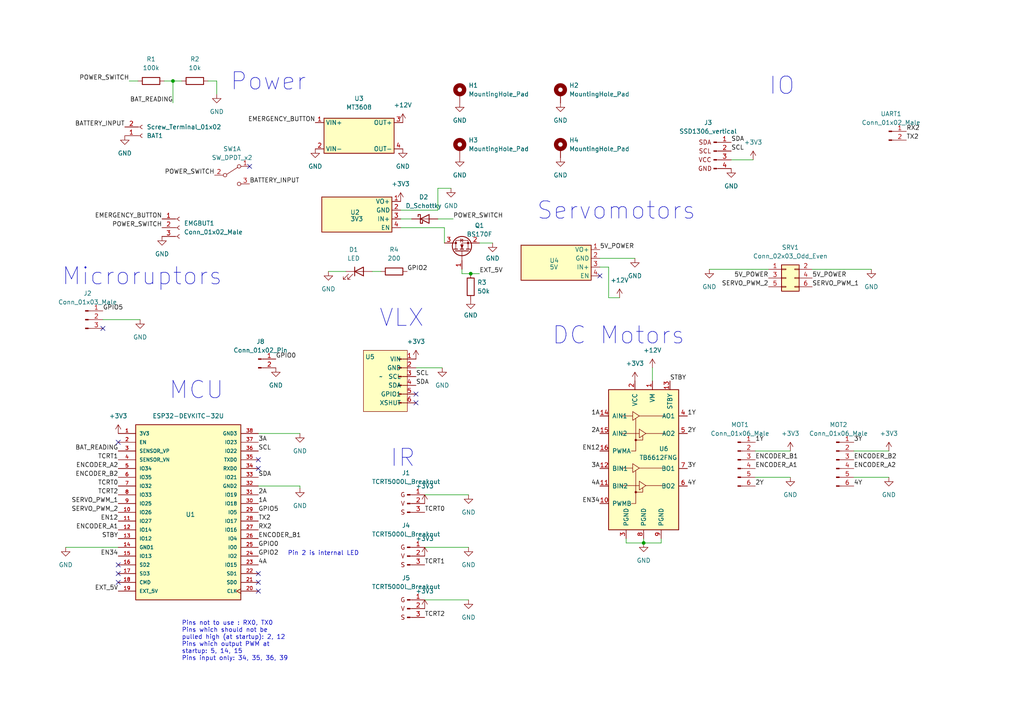
<source format=kicad_sch>
(kicad_sch (version 20230121) (generator eeschema)
  (paper "A4")
  (title_block (comment 1 "First version of stepper PAMI board (2023-10)"))
  (lib_symbols
    (symbol "Connector:Conn_01x02_Female" (pin_names (offset 1.016) hide)
      (property "Reference" "J" (at 0 2.54 0))
      (property "Value" "Conn_01x02_Female" (at 0 -5.08 0))
      (symbol "Conn_01x02_Female_1_1"
        (arc (start 0 -2.032) (mid -0.5058 -2.54) (end 0 -3.048) (stroke (width 0.1524)))
        (polyline (pts (xy -1.27 -2.54) (xy -0.508 -2.54)) (stroke (width 0.1524)))
        (polyline (pts (xy -1.27 0) (xy -0.508 0)) (stroke (width 0.1524)))
        (arc (start 0 0.508) (mid -0.5058 0) (end 0 -0.508) (stroke (width 0.1524)))
        (pin passive line (at -5.08 0 0) (length 3.81) (name "Pin_1") (number "1"))
        (pin passive line (at -5.08 -2.54 0) (length 3.81) (name "Pin_2") (number "2"))
      )
    )
    (symbol "Connector:Conn_01x02_Male" (pin_names (offset 1.016) hide)
      (property "Reference" "J" (at 0 2.54 0))
      (property "Value" "Conn_01x02_Male" (at 0 -5.08 0))
      (symbol "Conn_01x02_Male_1_1"
        (polyline (pts (xy 1.27 -2.54) (xy 0.8636 -2.54)) (stroke (width 0.1524)))
        (polyline (pts (xy 1.27 0) (xy 0.8636 0)) (stroke (width 0.1524)))
        (rectangle (start 0.8636 -2.413) (end 0 -2.667) (stroke (width 0.1524)) (fill (type outline)))
        (rectangle (start 0.8636 0.127) (end 0 -0.127) (stroke (width 0.1524)) (fill (type outline)))
        (pin passive line (at 5.08 0 180) (length 3.81) (name "Pin_1") (number "1"))
        (pin passive line (at 5.08 -2.54 180) (length 3.81) (name "Pin_2") (number "2"))
      )
    )
    (symbol "Connector:Conn_01x02_Pin" (pin_names (offset 1.016) hide)
      (property "Reference" "J" (at 0 2.54 0))
      (property "Value" "Conn_01x02_Pin" (at 0 -5.08 0))
      (symbol "Conn_01x02_Pin_1_1"
        (polyline (pts (xy 1.27 -2.54) (xy 0.8636 -2.54)) (stroke (width 0.1524)))
        (polyline (pts (xy 1.27 0) (xy 0.8636 0)) (stroke (width 0.1524)))
        (rectangle (start 0.8636 -2.413) (end 0 -2.667) (stroke (width 0.1524)) (fill (type outline)))
        (rectangle (start 0.8636 0.127) (end 0 -0.127) (stroke (width 0.1524)) (fill (type outline)))
        (pin passive line (at 5.08 0 180) (length 3.81) (name "Pin_1") (number "1"))
        (pin passive line (at 5.08 -2.54 180) (length 3.81) (name "Pin_2") (number "2"))
      )
    )
    (symbol "Connector:Conn_01x03_Female" (pin_names (offset 1.016) hide)
      (property "Reference" "J" (at 0 5.08 0))
      (property "Value" "Conn_01x03_Female" (at 0 -5.08 0))
      (symbol "Conn_01x03_Female_1_1"
        (arc (start 0 -2.032) (mid -0.5058 -2.54) (end 0 -3.048) (stroke (width 0.1524)))
        (polyline (pts (xy -1.27 -2.54) (xy -0.508 -2.54)) (stroke (width 0.1524)))
        (polyline (pts (xy -1.27 0) (xy -0.508 0)) (stroke (width 0.1524)))
        (polyline (pts (xy -1.27 2.54) (xy -0.508 2.54)) (stroke (width 0.1524)))
        (arc (start 0 0.508) (mid -0.5058 0) (end 0 -0.508) (stroke (width 0.1524)))
        (arc (start 0 3.048) (mid -0.5058 2.54) (end 0 2.032) (stroke (width 0.1524)))
        (pin passive line (at -5.08 2.54 0) (length 3.81) (name "Pin_1") (number "1"))
        (pin passive line (at -5.08 0 0) (length 3.81) (name "Pin_2") (number "2"))
        (pin passive line (at -5.08 -2.54 0) (length 3.81) (name "Pin_3") (number "3"))
      )
    )
    (symbol "Connector:Conn_01x03_Male" (pin_names (offset 1.016) hide)
      (property "Reference" "J" (at 0 5.08 0))
      (property "Value" "Conn_01x03_Male" (at 0 -5.08 0))
      (symbol "Conn_01x03_Male_1_1"
        (polyline (pts (xy 1.27 -2.54) (xy 0.8636 -2.54)) (stroke (width 0.1524)))
        (polyline (pts (xy 1.27 0) (xy 0.8636 0)) (stroke (width 0.1524)))
        (polyline (pts (xy 1.27 2.54) (xy 0.8636 2.54)) (stroke (width 0.1524)))
        (rectangle (start 0.8636 -2.413) (end 0 -2.667) (stroke (width 0.1524)) (fill (type outline)))
        (rectangle (start 0.8636 0.127) (end 0 -0.127) (stroke (width 0.1524)) (fill (type outline)))
        (rectangle (start 0.8636 2.667) (end 0 2.413) (stroke (width 0.1524)) (fill (type outline)))
        (pin passive line (at 5.08 2.54 180) (length 3.81) (name "Pin_1") (number "1"))
        (pin passive line (at 5.08 0 180) (length 3.81) (name "Pin_2") (number "2"))
        (pin passive line (at 5.08 -2.54 180) (length 3.81) (name "Pin_3") (number "3"))
      )
    )
    (symbol "Connector:Conn_01x06_Male" (pin_names (offset 1.016) hide)
      (property "Reference" "J" (at 0 7.62 0))
      (property "Value" "Conn_01x06_Male" (at 0 -10.16 0))
      (symbol "Conn_01x06_Male_1_1"
        (polyline (pts (xy 1.27 -7.62) (xy 0.8636 -7.62)) (stroke (width 0.1524)))
        (polyline (pts (xy 1.27 -5.08) (xy 0.8636 -5.08)) (stroke (width 0.1524)))
        (polyline (pts (xy 1.27 -2.54) (xy 0.8636 -2.54)) (stroke (width 0.1524)))
        (polyline (pts (xy 1.27 0) (xy 0.8636 0)) (stroke (width 0.1524)))
        (polyline (pts (xy 1.27 2.54) (xy 0.8636 2.54)) (stroke (width 0.1524)))
        (polyline (pts (xy 1.27 5.08) (xy 0.8636 5.08)) (stroke (width 0.1524)))
        (rectangle (start 0.8636 -7.493) (end 0 -7.747) (stroke (width 0.1524)) (fill (type outline)))
        (rectangle (start 0.8636 -4.953) (end 0 -5.207) (stroke (width 0.1524)) (fill (type outline)))
        (rectangle (start 0.8636 -2.413) (end 0 -2.667) (stroke (width 0.1524)) (fill (type outline)))
        (rectangle (start 0.8636 0.127) (end 0 -0.127) (stroke (width 0.1524)) (fill (type outline)))
        (rectangle (start 0.8636 2.667) (end 0 2.413) (stroke (width 0.1524)) (fill (type outline)))
        (rectangle (start 0.8636 5.207) (end 0 4.953) (stroke (width 0.1524)) (fill (type outline)))
        (pin passive line (at 5.08 5.08 180) (length 3.81) (name "Pin_1") (number "1"))
        (pin passive line (at 5.08 2.54 180) (length 3.81) (name "Pin_2") (number "2"))
        (pin passive line (at 5.08 0 180) (length 3.81) (name "Pin_3") (number "3"))
        (pin passive line (at 5.08 -2.54 180) (length 3.81) (name "Pin_4") (number "4"))
        (pin passive line (at 5.08 -5.08 180) (length 3.81) (name "Pin_5") (number "5"))
        (pin passive line (at 5.08 -7.62 180) (length 3.81) (name "Pin_6") (number "6"))
      )
    )
    (symbol "Connector_Generic:Conn_02x03_Odd_Even" (pin_names (offset 1.016) hide)
      (property "Reference" "J" (at 1.27 5.08 0))
      (property "Value" "Conn_02x03_Odd_Even" (at 1.27 -5.08 0))
      (symbol "Conn_02x03_Odd_Even_1_1"
        (rectangle (start -1.27 -2.413) (end 0 -2.667) (stroke (width 0.1524)))
        (rectangle (start -1.27 0.127) (end 0 -0.127) (stroke (width 0.1524)))
        (rectangle (start -1.27 2.667) (end 0 2.413) (stroke (width 0.1524)))
        (rectangle (start -1.27 3.81) (end 3.81 -3.81) (stroke (width 0.254)) (fill (type background)))
        (rectangle (start 3.81 -2.413) (end 2.54 -2.667) (stroke (width 0.1524)))
        (rectangle (start 3.81 0.127) (end 2.54 -0.127) (stroke (width 0.1524)))
        (rectangle (start 3.81 2.667) (end 2.54 2.413) (stroke (width 0.1524)))
        (pin passive line (at -5.08 2.54 0) (length 3.81) (name "Pin_1") (number "1"))
        (pin passive line (at 7.62 2.54 180) (length 3.81) (name "Pin_2") (number "2"))
        (pin passive line (at -5.08 0 0) (length 3.81) (name "Pin_3") (number "3"))
        (pin passive line (at 7.62 0 180) (length 3.81) (name "Pin_4") (number "4"))
        (pin passive line (at -5.08 -2.54 0) (length 3.81) (name "Pin_5") (number "5"))
        (pin passive line (at 7.62 -2.54 180) (length 3.81) (name "Pin_6") (number "6"))
      )
    )
    (symbol "Device:D_Schottky" (pin_numbers hide) (pin_names (offset 1.016) hide)
      (property "Reference" "D" (at 0 2.54 0))
      (property "Value" "D_Schottky" (at 0 -2.54 0))
      (symbol "D_Schottky_0_1"
        (polyline (pts (xy 1.27 0) (xy -1.27 0)))
        (polyline (pts (xy 1.27 1.27) (xy 1.27 -1.27) (xy -1.27 0) (xy 1.27 1.27)) (stroke (width 0.254)))
        (polyline (pts (xy -1.905 0.635) (xy -1.905 1.27) (xy -1.27 1.27) (xy -1.27 -1.27) (xy -0.635 -1.27) (xy -0.635 -0.635)) (stroke (width 0.254)))
      )
      (symbol "D_Schottky_1_1"
        (pin passive line (at -3.81 0 0) (length 2.54) (name "K") (number "1"))
        (pin passive line (at 3.81 0 180) (length 2.54) (name "A") (number "2"))
      )
    )
    (symbol "Device:LED" (pin_numbers hide) (pin_names (offset 1.016) hide)
      (property "Reference" "D" (at 0 2.54 0))
      (property "Value" "LED" (at 0 -2.54 0))
      (symbol "LED_0_1"
        (polyline (pts (xy -1.27 -1.27) (xy -1.27 1.27)) (stroke (width 0.254)))
        (polyline (pts (xy -1.27 0) (xy 1.27 0)))
        (polyline (pts (xy 1.27 -1.27) (xy 1.27 1.27) (xy -1.27 0) (xy 1.27 -1.27)) (stroke (width 0.254)))
        (polyline (pts (xy -3.048 -0.762) (xy -4.572 -2.286) (xy -3.81 -2.286) (xy -4.572 -2.286) (xy -4.572 -1.524)))
        (polyline (pts (xy -1.778 -0.762) (xy -3.302 -2.286) (xy -2.54 -2.286) (xy -3.302 -2.286) (xy -3.302 -1.524)))
      )
      (symbol "LED_1_1"
        (pin passive line (at -3.81 0 0) (length 2.54) (name "K") (number "1"))
        (pin passive line (at 3.81 0 180) (length 2.54) (name "A") (number "2"))
      )
    )
    (symbol "Device:R" (pin_numbers hide) (pin_names (offset 0))
      (property "Reference" "R" (at 2.032 0 90))
      (property "Value" "R" (at 0 0 90))
      (symbol "R_0_1"
        (rectangle (start -1.016 -2.54) (end 1.016 2.54) (stroke (width 0.254)))
      )
      (symbol "R_1_1"
        (pin passive line (at 0 3.81 270) (length 1.27) (name "~") (number "1"))
        (pin passive line (at 0 -3.81 90) (length 1.27) (name "~") (number "2"))
      )
    )
    (symbol "ESP32-DEVKITC-32U:ESP32-DEVKITC-32U" (pin_names (offset 1.016))
      (property "Reference" "U" (at -15.2572 26.0643 0))
      (property "Value" "ESP32-DEVKITC-32U" (at -15.2563 -27.9698 0))
      (symbol "ESP32-DEVKITC-32U_0_0"
        (rectangle (start -15.24 -25.4) (end 15.24 25.4) (stroke (width 0.254)) (fill (type background)))
        (pin power_in line (at -20.32 22.86 0) (length 5.08) (name "3V3") (number "1"))
        (pin bidirectional line (at -20.32 0 0) (length 5.08) (name "IO26") (number "10"))
        (pin bidirectional line (at -20.32 -2.54 0) (length 5.08) (name "IO27") (number "11"))
        (pin bidirectional line (at -20.32 -5.08 0) (length 5.08) (name "IO14") (number "12"))
        (pin bidirectional line (at -20.32 -7.62 0) (length 5.08) (name "IO12") (number "13"))
        (pin power_in line (at -20.32 -10.16 0) (length 5.08) (name "GND1") (number "14"))
        (pin bidirectional line (at -20.32 -12.7 0) (length 5.08) (name "IO13") (number "15"))
        (pin bidirectional line (at -20.32 -15.24 0) (length 5.08) (name "SD2") (number "16"))
        (pin bidirectional line (at -20.32 -17.78 0) (length 5.08) (name "SD3") (number "17"))
        (pin bidirectional line (at -20.32 -20.32 0) (length 5.08) (name "CMD") (number "18"))
        (pin power_in line (at -20.32 -22.86 0) (length 5.08) (name "EXT_5V") (number "19"))
        (pin input line (at -20.32 20.32 0) (length 5.08) (name "EN") (number "2"))
        (pin input clock (at 20.32 -22.86 180) (length 5.08) (name "CLK") (number "20"))
        (pin bidirectional line (at 20.32 -20.32 180) (length 5.08) (name "SD0") (number "21"))
        (pin bidirectional line (at 20.32 -17.78 180) (length 5.08) (name "SD1") (number "22"))
        (pin bidirectional line (at 20.32 -15.24 180) (length 5.08) (name "IO15") (number "23"))
        (pin bidirectional line (at 20.32 -12.7 180) (length 5.08) (name "IO2") (number "24"))
        (pin bidirectional line (at 20.32 -10.16 180) (length 5.08) (name "IO0") (number "25"))
        (pin bidirectional line (at 20.32 -7.62 180) (length 5.08) (name "IO4") (number "26"))
        (pin bidirectional line (at 20.32 -5.08 180) (length 5.08) (name "IO16") (number "27"))
        (pin bidirectional line (at 20.32 -2.54 180) (length 5.08) (name "IO17") (number "28"))
        (pin bidirectional line (at 20.32 0 180) (length 5.08) (name "IO5") (number "29"))
        (pin input line (at -20.32 17.78 0) (length 5.08) (name "SENSOR_VP") (number "3"))
        (pin bidirectional line (at 20.32 2.54 180) (length 5.08) (name "IO18") (number "30"))
        (pin bidirectional line (at 20.32 5.08 180) (length 5.08) (name "IO19") (number "31"))
        (pin power_in line (at 20.32 7.62 180) (length 5.08) (name "GND2") (number "32"))
        (pin bidirectional line (at 20.32 10.16 180) (length 5.08) (name "IO21") (number "33"))
        (pin input line (at 20.32 12.7 180) (length 5.08) (name "RXD0") (number "34"))
        (pin output line (at 20.32 15.24 180) (length 5.08) (name "TXD0") (number "35"))
        (pin bidirectional line (at 20.32 17.78 180) (length 5.08) (name "IO22") (number "36"))
        (pin bidirectional line (at 20.32 20.32 180) (length 5.08) (name "IO23") (number "37"))
        (pin power_in line (at 20.32 22.86 180) (length 5.08) (name "GND3") (number "38"))
        (pin input line (at -20.32 15.24 0) (length 5.08) (name "SENSOR_VN") (number "4"))
        (pin bidirectional line (at -20.32 12.7 0) (length 5.08) (name "IO34") (number "5"))
        (pin bidirectional line (at -20.32 10.16 0) (length 5.08) (name "IO35") (number "6"))
        (pin bidirectional line (at -20.32 7.62 0) (length 5.08) (name "IO32") (number "7"))
        (pin bidirectional line (at -20.32 5.08 0) (length 5.08) (name "IO33") (number "8"))
        (pin bidirectional line (at -20.32 2.54 0) (length 5.08) (name "IO25") (number "9"))
      )
    )
    (symbol "GND_1" (power) (pin_names (offset 0))
      (property "Value" "GND_1" (at 0 -3.81 0))
      (symbol "GND_1_0_1"
        (polyline (pts (xy 0 0) (xy 0 -1.27) (xy 1.27 -1.27) (xy 0 -2.54) (xy -1.27 -1.27) (xy 0 -1.27)))
      )
      (symbol "GND_1_1_1"
        (pin power_in line (at 0 0 270) (length 0) hide (name "GND") (number "1"))
      )
    )
    (symbol "Mechanical:MountingHole_Pad" (pin_numbers hide) (pin_names (offset 1.016) hide)
      (property "Reference" "H" (at 0 6.35 0))
      (property "Value" "MountingHole_Pad" (at 0 4.445 0))
      (symbol "MountingHole_Pad_0_1"
        (circle (center 0 1.27) (radius 1.27) (stroke (width 1.27)))
      )
      (symbol "MountingHole_Pad_1_1"
        (pin input line (at 0 -2.54 90) (length 2.54) (name "1") (number "1"))
      )
    )
    (symbol "MiAM_ESP32:MT3608"
      (property "Reference" "U" (at 0 0 0))
      (property "Value" "MT3608" (at 0 0 0))
      (symbol "MT3608_0_1"
        (rectangle (start -10.16 5.08) (end 10.16 -5.08) (stroke (width 0.254)) (fill (type background)))
      )
      (symbol "MT3608_1_1"
        (pin power_in line (at -12.7 3.81 0) (length 2.54) (name "VIN+") (number "1"))
        (pin passive line (at -12.7 -3.81 0) (length 2.54) (name "VIN-") (number "2"))
        (pin power_out line (at 12.7 3.81 180) (length 2.54) (name "OUT+") (number "3"))
        (pin passive line (at 12.7 -3.81 180) (length 2.54) (name "OUT-") (number "4"))
      )
    )
    (symbol "MiAM_ESP32:SSD1306_vertical" (pin_names (offset 1.016) hide)
      (property "Reference" "J" (at 0 5.08 0))
      (property "Value" "SSD1306_vertical" (at 0 -7.62 0))
      (symbol "SSD1306_vertical_1_1"
        (polyline (pts (xy 1.27 -5.08) (xy 0.8636 -5.08)) (stroke (width 0.1524)))
        (polyline (pts (xy 1.27 -2.54) (xy 0.8636 -2.54)) (stroke (width 0.1524)))
        (polyline (pts (xy 1.27 0) (xy 0.8636 0)) (stroke (width 0.1524)))
        (polyline (pts (xy 1.27 2.54) (xy 0.8636 2.54)) (stroke (width 0.1524)))
        (rectangle (start 0.8636 -4.953) (end 0 -5.207) (stroke (width 0.1524)) (fill (type outline)))
        (rectangle (start 0.8636 -2.413) (end 0 -2.667) (stroke (width 0.1524)) (fill (type outline)))
        (rectangle (start 0.8636 0.127) (end 0 -0.127) (stroke (width 0.1524)) (fill (type outline)))
        (rectangle (start 0.8636 2.667) (end 0 2.413) (stroke (width 0.1524)) (fill (type outline)))
        (text "GND" (at -2.54 -5.08 0) (effects (font (size 1.27 1.27))))
        (text "SCL" (at -2.54 0 0) (effects (font (size 1.27 1.27))))
        (text "SDA" (at -2.54 2.54 0) (effects (font (size 1.27 1.27))))
        (text "VCC" (at -2.54 -2.54 0) (effects (font (size 1.27 1.27))))
        (pin passive line (at 5.08 2.54 180) (length 3.81) (name "SDA") (number "1"))
        (pin passive line (at 5.08 0 180) (length 3.81) (name "SCL") (number "2"))
        (pin passive line (at 5.08 -2.54 180) (length 3.81) (name "VCC") (number "3"))
        (pin passive line (at 5.08 -5.08 180) (length 3.81) (name "GND") (number "4"))
      )
    )
    (symbol "MiAM_ESP32:TB6612FNG" (pin_names (offset 1.016))
      (property "Reference" "U" (at -5.08 26.035 0))
      (property "Value" "TB6612FNG" (at -5.08 24.13 0))
      (symbol "TB6612FNG_0_1"
        (rectangle (start -10.16 22.86) (end 10.16 -17.78) (stroke (width 0.254)) (fill (type background)))
        (circle (center -2.286 -6.858) (radius 0.254) (fill (type outline)))
        (circle (center -2.286 8.255) (radius 0.254) (fill (type outline)))
        (polyline (pts (xy -6.35 -4.953) (xy -1.27 -4.953)))
        (polyline (pts (xy -6.35 0.127) (xy -3.175 0.127)))
        (polyline (pts (xy -6.35 10.16) (xy -1.27 10.16)))
        (polyline (pts (xy -6.35 15.24) (xy -3.175 15.24)))
        (polyline (pts (xy -1.27 0.127) (xy 6.35 0.127)))
        (polyline (pts (xy -1.27 15.24) (xy 6.35 15.24)))
        (polyline (pts (xy 0.635 -4.953) (xy 6.35 -4.953)))
        (polyline (pts (xy 0.635 10.16) (xy 6.35 10.16)))
        (polyline (pts (xy -2.286 -6.858) (xy -0.254 -6.858) (xy -0.254 -5.588)))
        (polyline (pts (xy -2.286 -0.635) (xy -2.286 -10.16) (xy -3.556 -10.16)))
        (polyline (pts (xy -2.286 8.255) (xy -0.254 8.255) (xy -0.254 9.525)))
        (polyline (pts (xy -2.286 14.478) (xy -2.286 5.08) (xy -3.556 5.08)))
        (polyline (pts (xy -3.175 1.397) (xy -3.175 -1.143) (xy -1.27 0.127) (xy -3.175 1.397)))
        (polyline (pts (xy -3.175 16.51) (xy -3.175 13.97) (xy -1.27 15.24) (xy -3.175 16.51)))
        (polyline (pts (xy -1.27 -3.683) (xy -1.27 -6.223) (xy 0.635 -4.953) (xy -1.27 -3.683)))
        (polyline (pts (xy -1.27 11.43) (xy -1.27 8.89) (xy 0.635 10.16) (xy -1.27 11.43)))
      )
      (symbol "TB6612FNG_1_1"
        (pin power_in line (at 2.54 25.4 270) (length 2.54) (name "VM") (number "1"))
        (pin input line (at -12.7 -10.16 0) (length 2.54) (name "PWMB") (number "10"))
        (pin input line (at -12.7 -5.08 0) (length 2.54) (name "BIN2") (number "11"))
        (pin input line (at -12.7 0 0) (length 2.54) (name "BIN1") (number "12"))
        (pin input line (at 7.62 25.4 270) (length 2.54) (name "STBY") (number "13"))
        (pin input line (at -12.7 15.24 0) (length 2.54) (name "AIN1") (number "14"))
        (pin input line (at -12.7 10.16 0) (length 2.54) (name "AIN2") (number "15"))
        (pin input line (at -12.7 5.08 0) (length 2.54) (name "PWMA") (number "16"))
        (pin power_in line (at -2.54 25.4 270) (length 2.54) (name "VCC") (number "2"))
        (pin power_in line (at -5.08 -20.32 90) (length 2.54) (name "PGND") (number "3"))
        (pin output line (at 12.7 15.24 180) (length 2.54) (name "AO1") (number "4"))
        (pin output line (at 12.7 10.16 180) (length 2.54) (name "AO2") (number "5"))
        (pin output line (at 12.7 -5.08 180) (length 2.54) (name "BO2") (number "6"))
        (pin output line (at 12.7 0 180) (length 2.54) (name "BO1") (number "7"))
        (pin power_in line (at 0 -20.32 90) (length 2.54) (name "PGND") (number "8"))
        (pin power_in line (at 5.08 -20.32 90) (length 2.54) (name "PGND") (number "9"))
      )
    )
    (symbol "MiAM_ESP32:TCRT5000L_Breakout" (pin_names (offset 1.016) hide)
      (property "Reference" "J" (at 0 5.08 0))
      (property "Value" "TCRT5000L_Breakout" (at 0 -5.08 0))
      (symbol "TCRT5000L_Breakout_1_1"
        (polyline (pts (xy 1.27 -2.54) (xy 0.8636 -2.54)) (stroke (width 0.1524)))
        (polyline (pts (xy 1.27 0) (xy 0.8636 0)) (stroke (width 0.1524)))
        (polyline (pts (xy 1.27 2.54) (xy 0.8636 2.54)) (stroke (width 0.1524)))
        (rectangle (start 0.8636 -2.413) (end 0 -2.667) (stroke (width 0.1524)) (fill (type outline)))
        (rectangle (start 0.8636 0.127) (end 0 -0.127) (stroke (width 0.1524)) (fill (type outline)))
        (rectangle (start 0.8636 2.667) (end 0 2.413) (stroke (width 0.1524)) (fill (type outline)))
        (text "G" (at -1.27 2.54 0) (effects (font (size 1.27 1.27))))
        (text "S" (at -1.27 -2.54 0) (effects (font (size 1.27 1.27))))
        (text "V" (at -1.27 0 0) (effects (font (size 1.27 1.27))))
        (pin passive line (at 5.08 2.54 180) (length 3.81) (name "G") (number "1"))
        (pin passive line (at 5.08 0 180) (length 3.81) (name "V") (number "2"))
        (pin passive line (at 5.08 -2.54 180) (length 3.81) (name "S") (number "3"))
      )
    )
    (symbol "MiAM_ESP32:VL53L01XV2"
      (property "Reference" "U" (at 0 0 0))
      (symbol "VL53L01XV2_1_1"
        (rectangle (start -5.08 7.62) (end 7.62 -10.16) (fill (type background)))
        (polyline (pts (xy 6.35 -7.62) (xy 5.9436 -7.62)) (stroke (width 0.1524)))
        (polyline (pts (xy 6.35 -5.08) (xy 5.9436 -5.08)) (stroke (width 0.1524)))
        (polyline (pts (xy 6.35 -2.54) (xy 5.9436 -2.54)) (stroke (width 0.1524)))
        (polyline (pts (xy 6.35 0) (xy 5.9436 0)) (stroke (width 0.1524)))
        (polyline (pts (xy 6.35 2.54) (xy 5.9436 2.54)) (stroke (width 0.1524)))
        (polyline (pts (xy 6.35 5.08) (xy 5.9436 5.08)) (stroke (width 0.1524)))
        (rectangle (start 5.9436 -7.493) (end 5.08 -7.747) (stroke (width 0.1524)) (fill (type outline)))
        (rectangle (start 5.9436 -4.953) (end 5.08 -5.207) (stroke (width 0.1524)) (fill (type outline)))
        (rectangle (start 5.9436 -2.413) (end 5.08 -2.667) (stroke (width 0.1524)) (fill (type outline)))
        (rectangle (start 5.9436 0.127) (end 5.08 -0.127) (stroke (width 0.1524)) (fill (type outline)))
        (rectangle (start 5.9436 2.667) (end 5.08 2.413) (stroke (width 0.1524)) (fill (type outline)))
        (rectangle (start 5.9436 5.207) (end 5.08 4.953) (stroke (width 0.1524)) (fill (type outline)))
        (pin passive line (at 10.16 5.08 180) (length 3.81) (name "VIN") (number "1"))
        (pin passive line (at 10.16 2.54 180) (length 3.81) (name "GND") (number "2"))
        (pin passive line (at 10.16 0 180) (length 3.81) (name "SCL") (number "3"))
        (pin passive line (at 10.16 -2.54 180) (length 3.81) (name "SDA") (number "4"))
        (pin passive line (at 10.16 -5.08 180) (length 3.81) (name "GPIO1") (number "5"))
        (pin passive line (at 10.16 -7.62 180) (length 3.81) (name "XSHUT") (number "6"))
      )
    )
    (symbol "MiAM_ESP32:VoltageRegulator"
      (property "Reference" "U" (at -2.54 10.16 0))
      (property "Value" "VoltageRegulator" (at -2.54 7.62 0))
      (symbol "VoltageRegulator_0_1"
        (rectangle (start -10.16 5.08) (end 10.16 -5.08) (stroke (width 0.254)) (fill (type background)))
      )
      (symbol "VoltageRegulator_1_1"
        (pin power_out line (at 12.7 3.81 180) (length 2.54) (name "VO+") (number "1"))
        (pin passive line (at 12.7 1.27 180) (length 2.54) (name "GND") (number "2"))
        (pin power_in line (at 12.7 -1.27 180) (length 2.54) (name "IN+") (number "3"))
        (pin input line (at 12.7 -3.81 180) (length 2.54) (name "EN") (number "4"))
      )
    )
    (symbol "Switch:SW_DPDT_x2" (pin_names (offset 0) hide)
      (property "Reference" "SW" (at 0 4.318 0))
      (property "Value" "SW_DPDT_x2" (at 0 -5.08 0))
      (symbol "SW_DPDT_x2_0_0"
        (circle (center -2.032 0) (radius 0.508))
        (circle (center 2.032 -2.54) (radius 0.508))
      )
      (symbol "SW_DPDT_x2_0_1"
        (polyline (pts (xy -1.524 0.254) (xy 1.651 2.286)))
        (circle (center 2.032 2.54) (radius 0.508))
      )
      (symbol "SW_DPDT_x2_1_1"
        (pin passive line (at 5.08 2.54 180) (length 2.54) (name "A") (number "1"))
        (pin passive line (at -5.08 0 0) (length 2.54) (name "B") (number "2"))
        (pin passive line (at 5.08 -2.54 180) (length 2.54) (name "C") (number "3"))
      )
      (symbol "SW_DPDT_x2_2_1"
        (pin passive line (at 5.08 2.54 180) (length 2.54) (name "A") (number "4"))
        (pin passive line (at -5.08 0 0) (length 2.54) (name "B") (number "5"))
        (pin passive line (at 5.08 -2.54 180) (length 2.54) (name "C") (number "6"))
      )
    )
    (symbol "Transistor_FET:BS170F" (pin_names hide)
      (property "Reference" "Q" (at 5.08 1.905 0))
      (property "Value" "BS170F" (at 5.08 0 0))
      (symbol "BS170F_0_1"
        (polyline (pts (xy 0.254 0) (xy -2.54 0)))
        (polyline (pts (xy 0.254 1.905) (xy 0.254 -1.905)) (stroke (width 0.254)))
        (polyline (pts (xy 0.762 -1.27) (xy 0.762 -2.286)) (stroke (width 0.254)))
        (polyline (pts (xy 0.762 0.508) (xy 0.762 -0.508)) (stroke (width 0.254)))
        (polyline (pts (xy 0.762 2.286) (xy 0.762 1.27)) (stroke (width 0.254)))
        (polyline (pts (xy 2.54 2.54) (xy 2.54 1.778)))
        (polyline (pts (xy 2.54 -2.54) (xy 2.54 0) (xy 0.762 0)))
        (polyline (pts (xy 0.762 -1.778) (xy 3.302 -1.778) (xy 3.302 1.778) (xy 0.762 1.778)))
        (polyline (pts (xy 1.016 0) (xy 2.032 0.381) (xy 2.032 -0.381) (xy 1.016 0)) (fill (type outline)))
        (polyline (pts (xy 2.794 0.508) (xy 2.921 0.381) (xy 3.683 0.381) (xy 3.81 0.254)))
        (polyline (pts (xy 3.302 0.381) (xy 2.921 -0.254) (xy 3.683 -0.254) (xy 3.302 0.381)))
        (circle (center 1.651 0) (radius 2.794) (stroke (width 0.254)))
        (circle (center 2.54 -1.778) (radius 0.254) (fill (type outline)))
        (circle (center 2.54 1.778) (radius 0.254) (fill (type outline)))
      )
      (symbol "BS170F_1_1"
        (pin input line (at -5.08 0 0) (length 2.54) (name "G") (number "1"))
        (pin passive line (at 2.54 -5.08 90) (length 2.54) (name "S") (number "2"))
        (pin passive line (at 2.54 5.08 270) (length 2.54) (name "D") (number "3"))
      )
    )
    (symbol "power:+12V" (power) (pin_names (offset 0))
      (property "Value" "+12V" (at 0 3.556 0))
      (symbol "+12V_0_1"
        (polyline (pts (xy -0.762 1.27) (xy 0 2.54)))
        (polyline (pts (xy 0 0) (xy 0 2.54)))
        (polyline (pts (xy 0 2.54) (xy 0.762 1.27)))
      )
      (symbol "+12V_1_1"
        (pin power_in line (at 0 0 90) (length 0) hide (name "+12V") (number "1"))
      )
    )
    (symbol "power:+3V3" (power) (pin_names (offset 0))
      (property "Value" "+3V3" (at 0 3.556 0))
      (symbol "+3V3_0_1"
        (polyline (pts (xy -0.762 1.27) (xy 0 2.54)))
        (polyline (pts (xy 0 0) (xy 0 2.54)))
        (polyline (pts (xy 0 2.54) (xy 0.762 1.27)))
      )
      (symbol "+3V3_1_1"
        (pin power_in line (at 0 0 90) (length 0) hide (name "+3V3") (number "1"))
      )
    )
    (symbol "power:GND" (power) (pin_names (offset 0))
      (property "Value" "GND" (at 0 -3.81 0))
      (symbol "GND_0_1"
        (polyline (pts (xy 0 0) (xy 0 -1.27) (xy 1.27 -1.27) (xy 0 -2.54) (xy -1.27 -1.27) (xy 0 -1.27)))
      )
      (symbol "GND_1_1"
        (pin power_in line (at 0 0 270) (length 0) hide (name "GND") (number "1"))
      )
    )
  )
  (junction (at 136.525 79.375))
  (junction (at 186.69 157.48))
  (junction (at 50.165 23.495))
  (no_connect (at 74.93 135.89))
  (no_connect (at 74.93 166.37))
  (no_connect (at 173.99 80.01))
  (no_connect (at 74.93 133.35))
  (no_connect (at 120.65 116.84))
  (no_connect (at 34.29 163.83))
  (no_connect (at 72.39 48.26))
  (no_connect (at 29.845 95.25))
  (no_connect (at 74.93 168.91))
  (no_connect (at 34.29 168.91))
  (no_connect (at 34.29 128.27))
  (no_connect (at 34.29 166.37))
  (no_connect (at 120.65 114.3))
  (no_connect (at 74.93 171.45))
  (wire (pts (xy 123.19 158.75) (xy 135.89 158.75)))
  (wire (pts (xy 127 54.61) (xy 130.81 54.61)))
  (wire (pts (xy 176.53 77.47) (xy 176.53 86.36)))
  (wire (pts (xy 60.325 23.495) (xy 62.865 23.495)))
  (wire (pts (xy 107.95 78.74) (xy 110.49 78.74)))
  (wire (pts (xy 47.625 23.495) (xy 50.165 23.495)))
  (wire (pts (xy 127 60.96) (xy 116.205 60.96)))
  (wire (pts (xy 86.995 141.605) (xy 86.995 140.97)))
  (wire (pts (xy 189.23 106.68) (xy 189.23 110.49)))
  (wire (pts (xy 247.65 138.43) (xy 257.81 138.43)))
  (wire (pts (xy 123.19 143.51) (xy 135.89 143.51)))
  (wire (pts (xy 212.09 46.355) (xy 218.44 46.355)))
  (wire (pts (xy 50.165 23.495) (xy 50.165 29.845)))
  (wire (pts (xy 120.65 106.68) (xy 128.27 106.68)))
  (wire (pts (xy 133.985 79.375) (xy 133.985 78.105)))
  (wire (pts (xy 95.25 78.74) (xy 100.33 78.74)))
  (wire (pts (xy 86.995 140.97) (xy 74.93 140.97)))
  (wire (pts (xy 136.525 79.375) (xy 139.065 79.375)))
  (wire (pts (xy 191.77 157.48) (xy 191.77 156.21)))
  (wire (pts (xy 127 63.5) (xy 131.445 63.5)))
  (wire (pts (xy 205.74 78.105) (xy 222.885 78.105)))
  (wire (pts (xy 127 54.61) (xy 127 60.96)))
  (wire (pts (xy 116.205 66.04) (xy 128.905 66.04)))
  (wire (pts (xy 74.93 125.73) (xy 86.995 125.73)))
  (wire (pts (xy 181.61 157.48) (xy 181.61 156.21)))
  (wire (pts (xy 186.69 156.21) (xy 186.69 157.48)))
  (wire (pts (xy 219.075 130.81) (xy 229.235 130.81)))
  (wire (pts (xy 123.19 173.99) (xy 135.89 173.99)))
  (wire (pts (xy 52.705 23.495) (xy 50.165 23.495)))
  (wire (pts (xy 19.05 158.75) (xy 34.29 158.75)))
  (wire (pts (xy 139.065 70.485) (xy 142.875 70.485)))
  (wire (pts (xy 133.985 79.375) (xy 136.525 79.375)))
  (wire (pts (xy 181.61 157.48) (xy 186.69 157.48)))
  (wire (pts (xy 173.99 77.47) (xy 176.53 77.47)))
  (wire (pts (xy 247.65 130.81) (xy 257.81 130.81)))
  (wire (pts (xy 128.905 66.04) (xy 128.905 70.485)))
  (wire (pts (xy 186.69 157.48) (xy 191.77 157.48)))
  (wire (pts (xy 37.465 23.495) (xy 40.005 23.495)))
  (wire (pts (xy 219.075 138.43) (xy 229.235 138.43)))
  (wire (pts (xy 235.585 78.105) (xy 252.73 78.105)))
  (wire (pts (xy 119.38 63.5) (xy 116.205 63.5)))
  (wire (pts (xy 62.865 23.495) (xy 62.865 27.305)))
  (wire (pts (xy 176.53 86.36) (xy 179.705 86.36)))
  (wire (pts (xy 29.845 92.71) (xy 40.64 92.71)))
  (wire (pts (xy 173.99 74.93) (xy 184.15 74.93)))
  (text "Pins not to use : RX0, TX0\nPins which should not be \npulled high (at startup): 2, 12\nPins which output PWM at\nstartup: 5, 14, 15\nPins input only: 34, 35, 36, 39" (at 52.705 191.77 0) (effects (font (size 1.27 1.27)) (justify left bottom)))
  (text "Power" (at 66.675 26.67 0) (effects (font (size 5 5)) (justify left bottom)))
  (text "MCU" (at 48.895 116.205 0) (effects (font (size 5 5)) (justify left bottom)))
  (text "IR" (at 113.03 135.89 0) (effects (font (size 5 5)) (justify left bottom)))
  (text "IO" (at 222.885 27.94 0) (effects (font (size 5 5)) (justify left bottom)))
  (text "Microruptors" (at 17.78 83.185 0) (effects (font (size 5 5)) (justify left bottom)))
  (text "Pin 2 is internal LED" (at 104.14 161.29 0) (effects (font (size 1.27 1.27)) (justify right bottom)))
  (text "VLX" (at 109.855 95.25 0) (effects (font (size 5 5)) (justify left bottom)))
  (text "DC Motors" (at 160.02 100.33 0) (effects (font (size 5 5)) (justify left bottom)))
  (text "Servomotors" (at 155.575 64.135 0) (effects (font (size 5 5)) (justify left bottom)))
  (label "EN34" (at 34.29 161.29 180))
  (label "SERVO_PWM_1" (at 34.29 146.05 180))
  (label "ENCODER_A2" (at 247.65 135.89 0))
  (label "3A" (at 74.93 128.27 0))
  (label "EXT_5V" (at 34.29 171.45 180))
  (label "BAT_READING" (at 34.29 130.81 180))
  (label "ENCODER_B1" (at 219.075 133.35 0))
  (label "1A" (at 74.93 146.05 0))
  (label "ENCODER_A2" (at 34.29 135.89 180))
  (label "BATTERY_INPUT" (at 72.39 53.34 0))
  (label "GPIO0" (at 80.01 104.14 0))
  (label "RX2" (at 74.93 153.67 0))
  (label "SCL" (at 120.65 109.22 0))
  (label "GPIO5" (at 74.93 148.59 0))
  (label "TX2" (at 262.89 40.64 0))
  (label "5V_POWER" (at 235.585 80.645 0))
  (label "5V_POWER" (at 173.99 72.39 0))
  (label "GPIO0" (at 74.93 158.75 0))
  (label "TCRT1" (at 34.29 133.35 180))
  (label "EMERGENCY_BUTTON" (at 46.99 63.5 180))
  (label "ENCODER_B2" (at 247.65 133.35 0))
  (label "EN12" (at 34.29 151.13 180))
  (label "ENCODER_A1" (at 34.29 153.67 180))
  (label "ENCODER_B2" (at 34.29 138.43 180))
  (label "1Y" (at 219.075 128.27 0))
  (label "3Y" (at 199.39 135.89 0))
  (label "BAT_READING" (at 50.165 29.845 180))
  (label "SDA" (at 212.09 41.275 0))
  (label "2A" (at 173.99 125.73 180))
  (label "TCRT2" (at 34.29 143.51 180))
  (label "ENCODER_A1" (at 219.075 135.89 0))
  (label "STBY" (at 34.29 156.21 180))
  (label "4Y" (at 247.65 140.97 0))
  (label "POWER_SWITCH" (at 62.23 50.8 180))
  (label "GPIO2" (at 118.11 78.74 0))
  (label "1A" (at 173.99 120.65 180))
  (label "GPIO5" (at 29.845 90.17 0))
  (label "TCRT1" (at 123.19 163.83 0))
  (label "2A" (at 74.93 143.51 0))
  (label "STBY" (at 194.31 110.49 0))
  (label "SERVO_PWM_2" (at 34.29 148.59 180))
  (label "SCL" (at 212.09 43.815 0))
  (label "SDA" (at 74.93 138.43 0))
  (label "EN34" (at 173.99 146.05 180))
  (label "GPIO2" (at 74.93 161.29 0))
  (label "POWER_SWITCH" (at 131.445 63.5 0))
  (label "TCRT0" (at 123.19 148.59 0))
  (label "SERVO_PWM_2" (at 222.885 83.185 180))
  (label "2Y" (at 219.075 140.97 0))
  (label "RX2" (at 262.89 38.1 0))
  (label "3Y" (at 247.65 128.27 0))
  (label "EN12" (at 173.99 130.81 180))
  (label "TCRT2" (at 123.19 179.07 0))
  (label "4A" (at 173.99 140.97 180))
  (label "1Y" (at 199.39 120.65 0))
  (label "SDA" (at 120.65 111.76 0))
  (label "4A" (at 74.93 163.83 0))
  (label "EXT_5V" (at 139.065 79.375 0))
  (label "TX2" (at 74.93 151.13 0))
  (label "ENCODER_B1" (at 74.93 156.21 0))
  (label "3A" (at 173.99 135.89 180))
  (label "5V_POWER" (at 222.885 80.645 180))
  (label "SERVO_PWM_1" (at 235.585 83.185 0))
  (label "2Y" (at 199.39 125.73 0))
  (label "SCL" (at 74.93 130.81 0))
  (label "TCRT0" (at 34.29 140.97 180))
  (label "4Y" (at 199.39 140.97 0))
  (label "POWER_SWITCH" (at 37.465 23.495 180))
  (label "BATTERY_INPUT" (at 36.195 36.83 180))
  (label "POWER_SWITCH" (at 46.99 66.04 180))
  (label "EMERGENCY_BUTTON" (at 91.44 35.56 180))
  (symbol (lib_id "power:GND") (at 162.56 29.845 0) (unit 1)
    (property "Reference" "#PWR014" (effects hide))
    (property "Value" "GND" (at 162.56 34.925 0))
  )
  (symbol (lib_id "Connector:Conn_01x06_Male") (at 213.995 133.35 0) (unit 1)
    (property "Reference" "MOT1" (at 214.63 123.19 0))
    (property "Value" "Conn_01x06_Male" (at 214.63 125.73 0))
    (property "Footprint" "Connector_PinHeader_2.54mm:PinHeader_1x06_P2.54mm_Vertical" (effects hide))
  )
  (symbol (lib_id "Connector:Conn_01x02_Pin") (at 74.93 104.14 0) (unit 1)
    (property "Reference" "J8" (at 75.565 99.06 0))
    (property "Value" "Conn_01x02_Pin" (at 75.565 101.6 0))
    (property "Footprint" "Connector_PinHeader_2.54mm:PinHeader_1x02_P2.54mm_Vertical" (effects hide))
  )
  (symbol (lib_id "MiAM_ESP32:VL53L01XV2") (at 110.49 109.22 0) (unit 1)
    (property "Reference" "U5" (at 107.315 103.505 0))
    (property "Value" "~" (at 110.49 109.22 0))
    (property "Footprint" "Connector_PinHeader_2.54mm:PinHeader_1x06_P2.54mm_Vertical" (effects hide))
  )
  (symbol (lib_id "power:GND") (at 184.15 74.93 0) (unit 1)
    (property "Reference" "#PWR036" (effects hide))
    (property "Value" "GND" (at 184.15 80.01 0))
  )
  (symbol (lib_id "MiAM_ESP32:SSD1306_vertical") (at 207.01 43.815 0) (unit 1)
    (property "Reference" "J3" (at 205.3899 35.56 0))
    (property "Value" "SSD1306_vertical" (at 205.3899 38.1 0))
    (property "Footprint" "MiAM_ESP32_Footprints:SSD1306_vertical" (effects hide))
  )
  (symbol (lib_id "Mechanical:MountingHole_Pad") (at 162.56 27.305 0) (unit 1)
    (property "Reference" "H2" (at 165.1 24.765 0) (effects (justify left)))
    (property "Value" "MountingHole_Pad" (at 165.1 27.305 0) (effects (justify left)))
    (property "Footprint" "MountingHole:MountingHole_3.2mm_M3_DIN965_Pad" (effects hide))
  )
  (symbol (lib_id "MiAM_ESP32:MT3608") (at 104.14 39.37 0) (unit 1)
    (property "Reference" "U3" (at 104.14 28.575 0))
    (property "Value" "MT3608" (at 104.14 31.115 0))
    (property "Footprint" "MiAM_ESP32_Footprints:MT3608" (effects hide))
  )
  (symbol (lib_id "power:+3V3") (at 184.15 110.49 0) (unit 1)
    (property "Reference" "#PWR03" (effects hide))
    (property "Value" "+3V3" (at 184.15 105.41 0))
  )
  (symbol (lib_id "power:GND") (at 135.89 173.99 0) (unit 1)
    (property "Reference" "#PWR034" (effects hide))
    (property "Value" "GND" (at 135.89 179.07 0))
  )
  (symbol (lib_id "power:+3V3") (at 257.81 130.81 0) (unit 1)
    (property "Reference" "#PWR016" (effects hide))
    (property "Value" "+3V3" (at 257.81 125.73 0))
  )
  (symbol (lib_id "Connector:Conn_01x02_Female") (at 41.275 39.37 0) (mirror x) (unit 1)
    (property "Reference" "BAT1" (at 42.545 39.37 0) (effects (justify left)))
    (property "Value" "Screw_Terminal_01x02" (at 42.545 36.83 0) (effects (justify left)))
    (property "Footprint" "Connector_JST:JST_PH_B2B-PH-K_1x02_P2.00mm_Vertical" (effects hide))
  )
  (symbol (lib_id "power:GND") (at 133.35 29.845 0) (unit 1)
    (property "Reference" "#PWR012" (effects hide))
    (property "Value" "GND" (at 133.35 34.925 0))
  )
  (symbol (lib_id "power:GND") (at 95.25 78.74 0) (unit 1)
    (property "Reference" "#PWR035" (effects hide))
    (property "Value" "GND" (at 95.25 83.82 0))
  )
  (symbol (lib_id "MiAM_ESP32:TCRT5000L_Breakout") (at 118.11 176.53 0) (unit 1)
    (property "Reference" "J5" (at 117.775 167.64 0))
    (property "Value" "TCRT5000L_Breakout" (at 117.775 170.18 0))
    (property "Footprint" "MiAM_ESP32_Footprints:TCRT5000L_Breakout" (effects hide))
  )
  (symbol (lib_id "power:GND") (at 19.05 158.75 0) (unit 1)
    (property "Reference" "#PWR01" (effects hide))
    (property "Value" "GND" (at 19.05 163.83 0))
  )
  (symbol (lib_name "GND_1") (lib_id "power:GND") (at 142.875 70.485 0) (unit 1)
    (property "Reference" "#PWR033" (effects hide))
    (property "Value" "GND" (at 142.875 74.93 0))
  )
  (symbol (lib_id "power:GND") (at 91.44 43.18 0) (unit 1)
    (property "Reference" "#PWR0117" (effects hide))
    (property "Value" "GND" (at 91.44 48.26 0))
  )
  (symbol (lib_id "Transistor_FET:BS170F") (at 133.985 73.025 90) (unit 1)
    (property "Reference" "Q1" (at 139.065 65.405 90))
    (property "Value" "BS170F" (at 139.065 67.945 90))
    (property "Footprint" "Package_TO_SOT_SMD:SOT-23" (effects hide))
    (property "Datasheet" "http://www.diodes.com/assets/Datasheets/BS170F.pdf" (effects hide))
  )
  (symbol (lib_id "MiAM_ESP32:VoltageRegulator") (at 103.505 62.23 0) (unit 1)
    (property "Reference" "U2" (at 101.6 61.595 0) (effects (justify left)))
    (property "Value" "3V3" (at 101.6 63.5 0) (effects (justify left)))
    (property "Footprint" "MiAM_ESP32_Footprints:VoltageRegulator" (effects hide))
  )
  (symbol (lib_id "Device:LED") (at 104.14 78.74 0) (unit 1)
    (property "Reference" "D1" (at 102.5525 72.39 0))
    (property "Value" "LED" (at 102.5525 74.93 0))
    (property "Footprint" "LED_THT:LED_D3.0mm" (effects hide))
  )
  (symbol (lib_id "power:GND") (at 257.81 138.43 0) (unit 1)
    (property "Reference" "#PWR021" (effects hide))
    (property "Value" "GND" (at 257.81 143.51 0))
  )
  (symbol (lib_id "power:GND") (at 135.89 143.51 0) (unit 1)
    (property "Reference" "#PWR027" (effects hide))
    (property "Value" "GND" (at 135.89 148.59 0))
  )
  (symbol (lib_id "Device:R") (at 56.515 23.495 90) (unit 1)
    (property "Reference" "R2" (at 56.515 17.145 90))
    (property "Value" "10k" (at 56.515 19.685 90))
    (property "Footprint" "Resistor_SMD:R_0805_2012Metric_Pad1.20x1.40mm_HandSolder" (effects hide))
  )
  (symbol (lib_id "Device:R") (at 136.525 83.185 0) (unit 1)
    (property "Reference" "R3" (at 138.43 81.915 0) (effects (justify left)))
    (property "Value" "50k" (at 138.43 84.455 0) (effects (justify left)))
    (property "Footprint" "Resistor_SMD:R_0805_2012Metric" (effects hide))
  )
  (symbol (lib_id "power:+12V") (at 116.84 35.56 0) (unit 1)
    (property "Reference" "#PWR037" (effects hide))
    (property "Value" "+12V" (at 116.84 30.48 0))
  )
  (symbol (lib_id "Connector:Conn_01x03_Female") (at 52.07 66.04 0) (unit 1)
    (property "Reference" "EMGBUT1" (at 53.34 64.77 0) (effects (justify left)))
    (property "Value" "Conn_01x02_Male" (at 53.34 67.31 0) (effects (justify left)))
    (property "Footprint" "Connector_JST:JST_PH_B3B-PH-K_1x03_P2.00mm_Vertical" (effects hide))
  )
  (symbol (lib_id "power:GND") (at 86.995 141.605 0) (unit 1)
    (property "Reference" "#PWR018" (effects hide))
    (property "Value" "GND" (at 86.995 146.685 0))
  )
  (symbol (lib_id "power:+3V3") (at 123.19 146.05 0) (unit 1)
    (property "Reference" "#PWR028" (effects hide))
    (property "Value" "+3V3" (at 123.19 140.97 0))
  )
  (symbol (lib_id "power:+3V3") (at 34.29 125.73 0) (unit 1)
    (property "Reference" "#PWR015" (effects hide))
    (property "Value" "+3V3" (at 34.29 120.65 0))
  )
  (symbol (lib_id "power:GND") (at 205.74 78.105 0) (unit 1)
    (property "Reference" "#PWR010" (effects hide))
    (property "Value" "GND" (at 205.74 83.185 0))
  )
  (symbol (lib_id "MiAM_ESP32:VoltageRegulator") (at 161.29 76.2 0) (unit 1)
    (property "Reference" "U4" (at 159.385 75.565 0) (effects (justify left)))
    (property "Value" "5V" (at 159.385 77.47 0) (effects (justify left)))
    (property "Footprint" "MiAM_ESP32_Footprints:VoltageRegulator" (effects hide))
  )
  (symbol (lib_id "Device:D_Schottky") (at 123.19 63.5 0) (unit 1)
    (property "Reference" "D2" (at 122.8725 57.15 0))
    (property "Value" "D_Schottky" (at 122.8725 59.69 0))
    (property "Footprint" "Diode_SMD:D_SOD-323_HandSoldering" (effects hide))
  )
  (symbol (lib_id "power:GND") (at 135.89 158.75 0) (unit 1)
    (property "Reference" "#PWR030" (effects hide))
    (property "Value" "GND" (at 135.89 163.83 0))
  )
  (symbol (lib_id "power:GND") (at 86.995 125.73 0) (unit 1)
    (property "Reference" "#PWR017" (effects hide))
    (property "Value" "GND" (at 86.995 130.81 0))
  )
  (symbol (lib_id "power:+3V3") (at 123.19 161.29 0) (unit 1)
    (property "Reference" "#PWR029" (effects hide))
    (property "Value" "+3V3" (at 123.19 156.21 0))
  )
  (symbol (lib_id "power:GND") (at 252.73 78.105 0) (unit 1)
    (property "Reference" "#PWR011" (effects hide))
    (property "Value" "GND" (at 252.73 83.185 0))
  )
  (symbol (lib_id "power:GND") (at 62.865 27.305 0) (unit 1)
    (property "Reference" "#PWR0115" (effects hide))
    (property "Value" "GND" (at 62.865 32.385 0))
  )
  (symbol (lib_name "GND_1") (lib_id "power:GND") (at 136.525 86.995 0) (unit 1)
    (property "Reference" "#PWR038" (effects hide))
    (property "Value" "GND" (at 136.525 91.44 0))
  )
  (symbol (lib_id "power:GND") (at 212.09 48.895 0) (unit 1)
    (property "Reference" "#PWR06" (effects hide))
    (property "Value" "GND" (at 212.09 53.975 0))
  )
  (symbol (lib_id "Device:R") (at 43.815 23.495 90) (unit 1)
    (property "Reference" "R1" (at 43.815 17.145 90))
    (property "Value" "100k" (at 43.815 19.685 90))
    (property "Footprint" "Resistor_SMD:R_0805_2012Metric_Pad1.20x1.40mm_HandSolder" (effects hide))
  )
  (symbol (lib_id "Device:R") (at 114.3 78.74 90) (unit 1)
    (property "Reference" "R4" (at 114.3 72.39 90))
    (property "Value" "200" (at 114.3 74.93 90))
    (property "Footprint" "Resistor_SMD:R_0805_2012Metric" (effects hide))
  )
  (symbol (lib_id "Connector:Conn_01x02_Male") (at 257.81 38.1 0) (unit 1)
    (property "Reference" "UART1" (at 258.445 33.02 0))
    (property "Value" "Conn_01x02_Male" (at 258.445 35.56 0))
    (property "Footprint" "Connector_PinHeader_2.54mm:PinHeader_1x02_P2.54mm_Vertical" (effects hide))
  )
  (symbol (lib_id "power:GND") (at 162.56 45.72 0) (unit 1)
    (property "Reference" "#PWR020" (effects hide))
    (property "Value" "GND" (at 162.56 50.8 0))
  )
  (symbol (lib_id "power:GND") (at 186.69 157.48 0) (unit 1)
    (property "Reference" "#PWR04" (effects hide))
    (property "Value" "GND" (at 186.69 162.56 0))
  )
  (symbol (lib_id "power:+3V3") (at 120.65 104.14 0) (unit 1)
    (property "Reference" "#PWR026" (effects hide))
    (property "Value" "+3V3" (at 120.65 99.06 0))
  )
  (symbol (lib_id "power:GND") (at 128.27 106.68 0) (unit 1)
    (property "Reference" "#PWR09" (effects hide))
    (property "Value" "GND" (at 128.27 111.76 0))
  )
  (symbol (lib_id "Mechanical:MountingHole_Pad") (at 133.35 27.305 0) (unit 1)
    (property "Reference" "H1" (at 135.89 24.765 0) (effects (justify left)))
    (property "Value" "MountingHole_Pad" (at 135.89 27.305 0) (effects (justify left)))
    (property "Footprint" "MountingHole:MountingHole_3.2mm_M3_DIN965_Pad" (effects hide))
  )
  (symbol (lib_id "power:GND") (at 40.64 92.71 0) (unit 1)
    (property "Reference" "#PWR024" (effects hide))
    (property "Value" "GND" (at 40.64 97.79 0))
  )
  (symbol (lib_id "power:+12V") (at 189.23 106.68 0) (mirror y) (unit 1)
    (property "Reference" "#PWR022" (effects hide))
    (property "Value" "+12V" (at 189.23 101.6 0))
  )
  (symbol (lib_id "power:GND") (at 80.01 106.68 0) (unit 1)
    (property "Reference" "#PWR032" (effects hide))
    (property "Value" "GND" (at 80.01 111.76 0))
  )
  (symbol (lib_id "power:+3V3") (at 116.205 58.42 0) (unit 1)
    (property "Reference" "#PWR031" (effects hide))
    (property "Value" "+3V3" (at 116.205 53.34 0))
  )
  (symbol (lib_id "MiAM_ESP32:TB6612FNG") (at 186.69 135.89 0) (unit 1)
    (property "Reference" "U6" (at 191.135 130.175 0) (effects (justify left)))
    (property "Value" "TB6612FNG" (at 185.42 132.715 0) (effects (justify left)))
    (property "Footprint" "MiAM_ESP32_Footprints:TB6612FNG" (effects hide))
  )
  (symbol (lib_id "Mechanical:MountingHole_Pad") (at 162.56 43.18 0) (unit 1)
    (property "Reference" "H4" (at 165.1 40.64 0) (effects (justify left)))
    (property "Value" "MountingHole_Pad" (at 165.1 43.18 0) (effects (justify left)))
    (property "Footprint" "MountingHole:MountingHole_3.2mm_M3_DIN965_Pad" (effects hide))
  )
  (symbol (lib_id "power:GND") (at 229.235 138.43 0) (unit 1)
    (property "Reference" "#PWR08" (effects hide))
    (property "Value" "GND" (at 229.235 143.51 0))
  )
  (symbol (lib_id "power:GND") (at 36.195 39.37 0) (unit 1)
    (property "Reference" "#PWR02" (effects hide))
    (property "Value" "GND" (at 36.195 44.45 0))
  )
  (symbol (lib_id "Mechanical:MountingHole_Pad") (at 133.35 43.18 0) (unit 1)
    (property "Reference" "H3" (at 135.89 40.64 0) (effects (justify left)))
    (property "Value" "MountingHole_Pad" (at 135.89 43.18 0) (effects (justify left)))
    (property "Footprint" "MountingHole:MountingHole_3.2mm_M3_DIN965_Pad" (effects hide))
  )
  (symbol (lib_id "Connector:Conn_01x03_Male") (at 24.765 92.71 0) (unit 1)
    (property "Reference" "J2" (at 25.4 85.09 0))
    (property "Value" "Conn_01x03_Male" (at 25.4 87.63 0))
    (property "Footprint" "MiAM_ESP32_Footprints:Microruptor" (effects hide))
  )
  (symbol (lib_id "Connector:Conn_01x06_Male") (at 242.57 133.35 0) (unit 1)
    (property "Reference" "MOT2" (at 243.205 123.19 0))
    (property "Value" "Conn_01x06_Male" (at 243.205 125.73 0))
    (property "Footprint" "Connector_PinHeader_2.54mm:PinHeader_1x06_P2.54mm_Vertical" (effects hide))
  )
  (symbol (lib_id "power:+3V3") (at 229.235 130.81 0) (unit 1)
    (property "Reference" "#PWR05" (effects hide))
    (property "Value" "+3V3" (at 229.235 125.73 0))
  )
  (symbol (lib_id "MiAM_ESP32:TCRT5000L_Breakout") (at 118.11 161.29 0) (unit 1)
    (property "Reference" "J4" (at 117.775 152.4 0))
    (property "Value" "TCRT5000L_Breakout" (at 117.775 154.94 0))
    (property "Footprint" "MiAM_ESP32_Footprints:TCRT5000L_Breakout" (effects hide))
  )
  (symbol (lib_id "power:GND") (at 133.35 45.72 0) (unit 1)
    (property "Reference" "#PWR019" (effects hide))
    (property "Value" "GND" (at 133.35 50.8 0))
  )
  (symbol (lib_id "power:GND") (at 116.84 43.18 0) (unit 1)
    (property "Reference" "#PWR0120" (effects hide))
    (property "Value" "GND" (at 116.84 48.26 0))
  )
  (symbol (lib_id "power:+12V") (at 179.705 86.36 0) (unit 1)
    (property "Reference" "#PWR025" (effects hide))
    (property "Value" "+12V" (at 179.705 81.28 0))
  )
  (symbol (lib_id "power:+3V3") (at 123.19 176.53 0) (unit 1)
    (property "Reference" "#PWR013" (effects hide))
    (property "Value" "+3V3" (at 123.19 171.45 0))
  )
  (symbol (lib_id "power:GND") (at 130.81 54.61 0) (unit 1)
    (property "Reference" "#PWR0111" (effects hide))
    (property "Value" "GND" (at 130.81 59.69 0))
  )
  (symbol (lib_id "power:+3V3") (at 218.44 46.355 0) (unit 1)
    (property "Reference" "#PWR07" (effects hide))
    (property "Value" "+3V3" (at 218.44 41.275 0))
  )
  (symbol (lib_id "ESP32-DEVKITC-32U:ESP32-DEVKITC-32U") (at 54.61 148.59 0) (unit 1)
    (property "Reference" "U1" (at 55.245 149.225 0))
    (property "Value" "ESP32-DEVKITC-32U" (at 54.61 120.65 0))
    (property "Footprint" "MiAM_ESP32_Footprints:ESP32U-ShieldPattern" (effects hide))
  )
  (symbol (lib_id "Switch:SW_DPDT_x2") (at 67.31 50.8 0) (unit 1)
    (property "Reference" "SW1" (at 67.31 43.18 0))
    (property "Value" "SW_DPDT_x2" (at 67.31 45.72 0))
    (property "Footprint" "MiAM_ESP32_Footprints:SS-12D11" (effects hide))
  )
  (symbol (lib_id "MiAM_ESP32:TCRT5000L_Breakout") (at 118.11 146.05 0) (unit 1)
    (property "Reference" "J1" (at 117.775 137.16 0))
    (property "Value" "TCRT5000L_Breakout" (at 117.775 139.7 0))
    (property "Footprint" "MiAM_ESP32_Footprints:TCRT5000L_Breakout" (effects hide))
  )
  (symbol (lib_id "power:GND") (at 46.99 68.58 0) (unit 1)
    (property "Reference" "#PWR023" (effects hide))
    (property "Value" "GND" (at 46.99 73.66 0))
  )
  (symbol (lib_id "Connector_Generic:Conn_02x03_Odd_Even") (at 227.965 80.645 0) (unit 1)
    (property "Reference" "SRV1" (at 229.235 71.755 0))
    (property "Value" "Conn_02x03_Odd_Even" (at 229.235 74.295 0))
    (property "Footprint" "Connector_PinHeader_2.54mm:PinHeader_2x03_P2.54mm_Vertical" (effects hide))
  )
)
</source>
